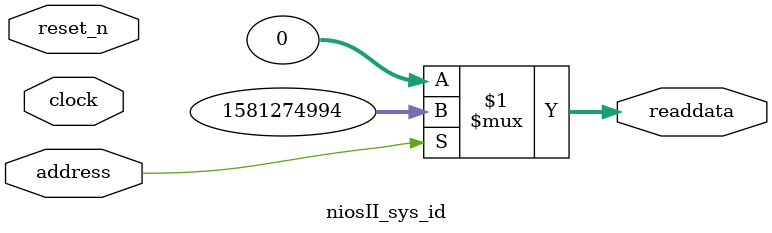
<source format=v>



// synthesis translate_off
`timescale 1ns / 1ps
// synthesis translate_on

// turn off superfluous verilog processor warnings 
// altera message_level Level1 
// altera message_off 10034 10035 10036 10037 10230 10240 10030 

module niosII_sys_id (
               // inputs:
                address,
                clock,
                reset_n,

               // outputs:
                readdata
             )
;

  output  [ 31: 0] readdata;
  input            address;
  input            clock;
  input            reset_n;

  wire    [ 31: 0] readdata;
  //control_slave, which is an e_avalon_slave
  assign readdata = address ? 1581274994 : 0;

endmodule



</source>
